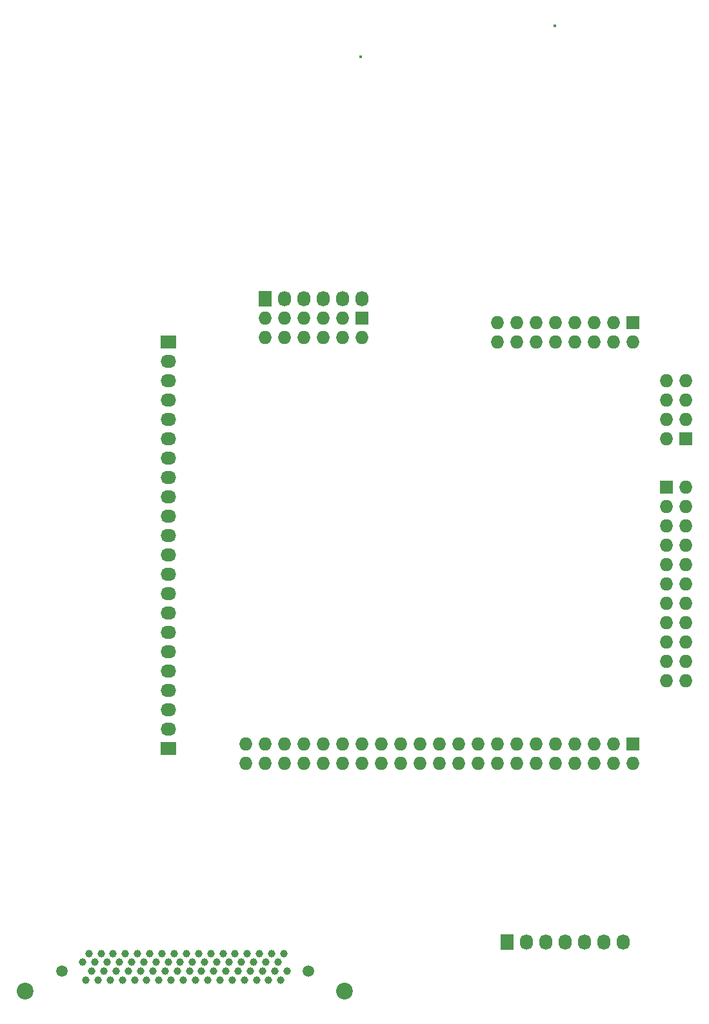
<source format=gbr>
G04 #@! TF.FileFunction,Soldermask,Bot*
%FSLAX46Y46*%
G04 Gerber Fmt 4.6, Leading zero omitted, Abs format (unit mm)*
G04 Created by KiCad (PCBNEW (2015-08-16 BZR 6097)-product) date Monday 17. August 2015 13.28.47*
%MOMM*%
G01*
G04 APERTURE LIST*
%ADD10C,0.100000*%
%ADD11R,2.032000X1.727200*%
%ADD12O,2.032000X1.727200*%
%ADD13R,1.727200X2.032000*%
%ADD14O,1.727200X2.032000*%
%ADD15R,1.727200X1.727200*%
%ADD16O,1.727200X1.727200*%
%ADD17C,0.400000*%
%ADD18C,1.000000*%
%ADD19C,1.500000*%
%ADD20C,2.200000*%
G04 APERTURE END LIST*
D10*
D11*
X76200000Y-134620000D03*
D12*
X76200000Y-132080000D03*
X76200000Y-129540000D03*
X76200000Y-127000000D03*
X76200000Y-124460000D03*
X76200000Y-121920000D03*
X76200000Y-119380000D03*
X76200000Y-116840000D03*
X76200000Y-114300000D03*
X76200000Y-111760000D03*
X76200000Y-109220000D03*
X76200000Y-106680000D03*
X76200000Y-104140000D03*
X76200000Y-101600000D03*
X76200000Y-99060000D03*
X76200000Y-96520000D03*
X76200000Y-93980000D03*
X76200000Y-91440000D03*
X76200000Y-88900000D03*
D13*
X88900000Y-75565000D03*
D14*
X91440000Y-75565000D03*
X93980000Y-75565000D03*
X96520000Y-75565000D03*
X99060000Y-75565000D03*
X101600000Y-75565000D03*
D15*
X137160000Y-133985000D03*
D16*
X137160000Y-136525000D03*
X134620000Y-133985000D03*
X134620000Y-136525000D03*
X132080000Y-133985000D03*
X132080000Y-136525000D03*
X129540000Y-133985000D03*
X129540000Y-136525000D03*
X127000000Y-133985000D03*
X127000000Y-136525000D03*
X124460000Y-133985000D03*
X124460000Y-136525000D03*
X121920000Y-133985000D03*
X121920000Y-136525000D03*
X119380000Y-133985000D03*
X119380000Y-136525000D03*
X116840000Y-133985000D03*
X116840000Y-136525000D03*
X114300000Y-133985000D03*
X114300000Y-136525000D03*
X111760000Y-133985000D03*
X111760000Y-136525000D03*
X109220000Y-133985000D03*
X109220000Y-136525000D03*
X106680000Y-133985000D03*
X106680000Y-136525000D03*
X104140000Y-133985000D03*
X104140000Y-136525000D03*
X101600000Y-133985000D03*
X101600000Y-136525000D03*
X99060000Y-133985000D03*
X99060000Y-136525000D03*
X96520000Y-133985000D03*
X96520000Y-136525000D03*
X93980000Y-133985000D03*
X93980000Y-136525000D03*
X91440000Y-133985000D03*
X91440000Y-136525000D03*
X88900000Y-133985000D03*
X88900000Y-136525000D03*
X86360000Y-133985000D03*
X86360000Y-136525000D03*
D11*
X76200000Y-81280000D03*
D12*
X76200000Y-83820000D03*
X76200000Y-86360000D03*
D15*
X137160000Y-78740000D03*
D16*
X137160000Y-81280000D03*
X134620000Y-78740000D03*
X134620000Y-81280000D03*
X132080000Y-78740000D03*
X132080000Y-81280000D03*
X129540000Y-78740000D03*
X129540000Y-81280000D03*
X127000000Y-78740000D03*
X127000000Y-81280000D03*
X124460000Y-78740000D03*
X124460000Y-81280000D03*
X121920000Y-78740000D03*
X121920000Y-81280000D03*
X119380000Y-78740000D03*
X119380000Y-81280000D03*
D15*
X101600000Y-78105000D03*
D16*
X101600000Y-80645000D03*
X99060000Y-78105000D03*
X99060000Y-80645000D03*
X96520000Y-78105000D03*
X96520000Y-80645000D03*
X93980000Y-78105000D03*
X93980000Y-80645000D03*
X91440000Y-78105000D03*
X91440000Y-80645000D03*
X88900000Y-78105000D03*
X88900000Y-80645000D03*
D17*
X126928000Y-39787000D03*
D18*
X78200000Y-164980000D03*
X76600000Y-164980000D03*
X75000000Y-164980000D03*
X73400000Y-164980000D03*
X71800000Y-164980000D03*
X70200000Y-164980000D03*
X68600000Y-164980000D03*
X67000000Y-164980000D03*
X65400000Y-164980000D03*
X79800000Y-164980000D03*
X81400000Y-164980000D03*
X83000000Y-164980000D03*
X84600000Y-164980000D03*
X86200000Y-164980000D03*
X87800000Y-164980000D03*
X89400000Y-164980000D03*
X91000000Y-164980000D03*
X91800000Y-163830000D03*
X90200000Y-163830000D03*
X88600000Y-163830000D03*
X87000000Y-163830000D03*
X85400000Y-163830000D03*
X83800000Y-163830000D03*
X82200000Y-163830000D03*
X80600000Y-163830000D03*
X66200000Y-163830000D03*
X67800000Y-163830000D03*
X69400000Y-163830000D03*
X71000000Y-163830000D03*
X72600000Y-163830000D03*
X74200000Y-163830000D03*
X75800000Y-163830000D03*
X77400000Y-163830000D03*
X79000000Y-163830000D03*
X78600000Y-161480000D03*
X77000000Y-161480000D03*
X75400000Y-161480000D03*
X73800000Y-161480000D03*
X72200000Y-161480000D03*
X70600000Y-161480000D03*
X69000000Y-161480000D03*
X67400000Y-161480000D03*
X65800000Y-161480000D03*
X80200000Y-161480000D03*
X81800000Y-161480000D03*
X83400000Y-161480000D03*
X85000000Y-161480000D03*
X86600000Y-161480000D03*
X88200000Y-161480000D03*
X89800000Y-161480000D03*
X91400000Y-161480000D03*
X90600000Y-162630000D03*
X89000000Y-162630000D03*
X87400000Y-162630000D03*
X85800000Y-162630000D03*
X84200000Y-162630000D03*
X82600000Y-162630000D03*
X81000000Y-162630000D03*
X79400000Y-162630000D03*
X65000000Y-162630000D03*
X66600000Y-162630000D03*
X68200000Y-162630000D03*
X69800000Y-162630000D03*
X71400000Y-162630000D03*
X73000000Y-162630000D03*
X74600000Y-162630000D03*
X76200000Y-162630000D03*
X77800000Y-162630000D03*
D19*
X62230000Y-163830000D03*
D20*
X57460000Y-166450000D03*
X99360000Y-166450000D03*
D19*
X94580000Y-163830000D03*
D15*
X144145000Y-93980000D03*
D16*
X141605000Y-93980000D03*
X144145000Y-91440000D03*
X141605000Y-91440000D03*
X144145000Y-88900000D03*
X141605000Y-88900000D03*
X144145000Y-86360000D03*
X141605000Y-86360000D03*
D15*
X141605000Y-100330000D03*
D16*
X144145000Y-100330000D03*
X141605000Y-102870000D03*
X144145000Y-102870000D03*
X141605000Y-105410000D03*
X144145000Y-105410000D03*
X141605000Y-107950000D03*
X144145000Y-107950000D03*
X141605000Y-110490000D03*
X144145000Y-110490000D03*
X141605000Y-113030000D03*
X144145000Y-113030000D03*
X141605000Y-115570000D03*
X144145000Y-115570000D03*
X141605000Y-118110000D03*
X144145000Y-118110000D03*
X141605000Y-120650000D03*
X144145000Y-120650000D03*
X141605000Y-123190000D03*
X144145000Y-123190000D03*
X141605000Y-125730000D03*
X144145000Y-125730000D03*
D17*
X101456000Y-43837000D03*
D13*
X120650000Y-160020000D03*
D14*
X123190000Y-160020000D03*
X125730000Y-160020000D03*
X128270000Y-160020000D03*
X130810000Y-160020000D03*
X133350000Y-160020000D03*
X135890000Y-160020000D03*
M02*

</source>
